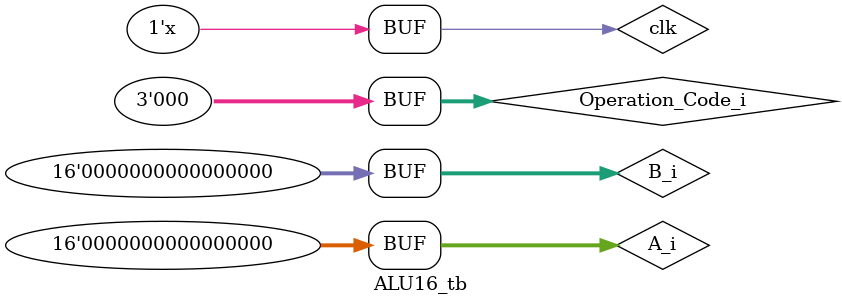
<source format=v>
module ALU16_tb;

reg [15:0]  A_i, B_i;
reg [2:0]   Operation_Code_i;
reg         clk;

wire [15:0] S_o;
wire        zero_o, overflow_o, carry_o;
/* Test The ALU Slice */
// Inputs
reg a_0;
reg b_0;
reg cin_0;
reg less;
reg binvt;
reg [2:0] operation;

// Outputs
wire alu_out;
wire cout_0;

reg [8:0] data;



ALU16 DUT(A_i, B_i, Operation_Code_i, zero_o,S_o, overflow_o, carry_o);

always
    #5 clk = ~clk;

initial begin

    A_i               = 16'h0000;
    B_i               = 16'h0000;
    data = 1'b0;

    Operation_Code_i  = 3'b000;           //AND

    clk               = 1'b0;
end

    always
        #5 clk=~clk;

    always @(posedge clk)
    begin
        data <= data + 1;
        // Map all inputs onto data. This will provide all possible inputs.
        a_0 <= data[0];
        b_0 <= data[1];
        cin_0 <= data[2];
        less <= data[4];
        binvt <= data[5];
        operation <= data[8:6];
    end
    alu_slice_1bit alu_slice(a_0, b_0, alu_out, cin_0, cout_0, less, binvt, operation);
    /*
    A_i = 16'h0000; B_i = 16'hFFFF; #10;
    A_i = 16'h5555; B_i = 16'hAAAA; #10;
    A_i = 16'h1234; B_i = 16'h5678; #10;

    A_i = 16'h5555; B_i = 16'hFFFF; #10;
    A_i = 16'h5555; B_i = 16'hAAAA; #10;
    A_i = 16'h1234; B_i = 16'h5678; #10;

    Operation_Code_i    = 3'b001;         //OR
    A_i = 16'h7555; B_i = 16'h0FFF; #10;
    A_i = 16'h5555; B_i = 16'h0101; #10;
    A_i = 16'hABCD; B_i = 16'h0000; #10;

    Operation_Code_i    = 3'b010;         //ADD
    A_i = 16'h0001; B_i = 16'h7FFF; #10;
    A_i = 16'h2222; B_i = 16'h3333; #10;
    A_i = 16'hABCD; B_i = 16'h1111; #10;
    A_i = 16'h7FFF; B_i = 16'h7FFF; #10;

    Operation_Code_i    = 3'b110;         //SUB
    A_i = 16'h0001; B_i = 16'h7FFF; #10;
    A_i = 16'h4444; B_i = 16'h3333; #10;
    A_i = 16'hABCD; B_i = 16'h1111; #10;
    A_i = 16'h7FFF; B_i = 16'h7FFF; #10;
    A_i = 16'h1000; B_i = 16'h2245; #10;

    Operation_Code_i    = 3'b111;         //SLT
    A_i = 16'h1000; B_i = 16'h1000; #10;
    A_i = 16'h3332; B_i = 16'h3333; #10;
    A_i = 16'hFFFF; B_i = 16'hABCD; #10;
    A_i = 16'h7FFF; B_i = 16'h7FFE; #10;
    A_i = 16'h0002; B_i = 16'h0003;
    */

endmodule

</source>
